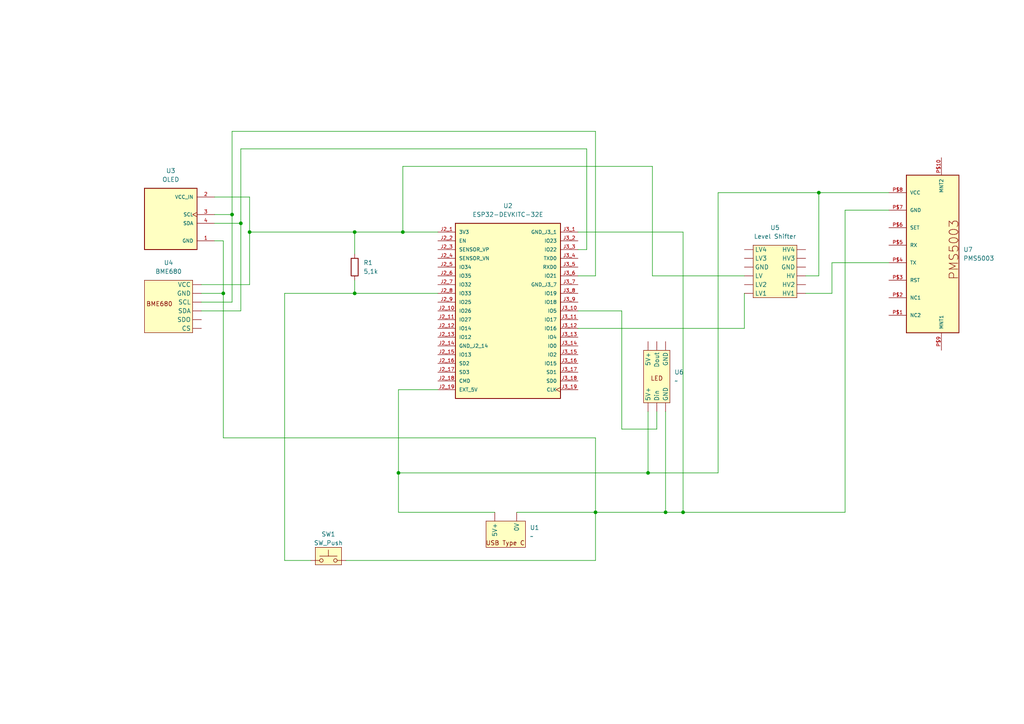
<source format=kicad_sch>
(kicad_sch (version 20250114) (generator "eeschema") (generator_version "9.0")
  (paper "A4")
  (lib_symbols
    (symbol "DM-OLED096-636:DM-OLED096-636" (pin_names (offset 1.016))
      (property "Reference" "U" (at -7.62 10.922 0))
      (property "Value" "DM-OLED096-636" (at -7.62 -10.16 0))
      (symbol "DM-OLED096-636_0_0"
        (rectangle (start -7.62 -7.62) (end 7.62 10.16) (stroke (width 0.254)) (fill (type background)))
        (pin power_in line (at 12.7 7.62 180) (length 5.08) (name "VCC_IN") (number "2"))
        (pin input clock (at 12.7 2.54 180) (length 5.08) (name "SCL") (number "3"))
        (pin bidirectional line (at 12.7 0 180) (length 5.08) (name "SDA") (number "4"))
        (pin power_in line (at 12.7 -5.08 180) (length 5.08) (name "GND") (number "1"))
      )
    )
    (symbol "Device:R" (pin_numbers (hide yes)) (pin_names (offset 0))
      (property "Reference" "R" (at 2.032 0 90))
      (property "Value" "R" (at 0 0 90))
      (symbol "R_0_1"
        (rectangle (start -1.016 -2.54) (end 1.016 2.54) (stroke (width 0.254)))
      )
      (symbol "R_1_1"
        (pin passive line (at 0 3.81 270) (length 1.27) (name "~") (number "1"))
        (pin passive line (at 0 -3.81 90) (length 1.27) (name "~") (number "2"))
      )
    )
    (symbol "ESP32-DEVKITC-32E:ESP32-DEVKITC-32E" (pin_names (offset 1.016))
      (property "Reference" "U" (at -15.24 26.162 0))
      (property "Value" "ESP32-DEVKITC-32E" (at -15.24 -27.94 0))
      (symbol "ESP32-DEVKITC-32E_0_0"
        (rectangle (start -15.24 -25.4) (end 15.24 25.4) (stroke (width 0.254)) (fill (type background)))
        (pin power_in line (at -20.32 22.86 0) (length 5.08) (name "3V3") (number "J2_1"))
        (pin input line (at -20.32 20.32 0) (length 5.08) (name "EN") (number "J2_2"))
        (pin bidirectional line (at -20.32 17.78 0) (length 5.08) (name "SENSOR_VP") (number "J2_3"))
        (pin bidirectional line (at -20.32 15.24 0) (length 5.08) (name "SENSOR_VN") (number "J2_4"))
        (pin bidirectional line (at -20.32 12.7 0) (length 5.08) (name "IO34") (number "J2_5"))
        (pin bidirectional line (at -20.32 10.16 0) (length 5.08) (name "IO35") (number "J2_6"))
        (pin bidirectional line (at -20.32 7.62 0) (length 5.08) (name "IO32") (number "J2_7"))
        (pin bidirectional line (at -20.32 5.08 0) (length 5.08) (name "IO33") (number "J2_8"))
        (pin bidirectional line (at -20.32 2.54 0) (length 5.08) (name "IO25") (number "J2_9"))
        (pin bidirectional line (at -20.32 0 0) (length 5.08) (name "IO26") (number "J2_10"))
        (pin bidirectional line (at -20.32 -2.54 0) (length 5.08) (name "IO27") (number "J2_11"))
        (pin bidirectional line (at -20.32 -5.08 0) (length 5.08) (name "IO14") (number "J2_12"))
        (pin bidirectional line (at -20.32 -7.62 0) (length 5.08) (name "IO12") (number "J2_13"))
        (pin power_in line (at -20.32 -10.16 0) (length 5.08) (name "GND_J2_14") (number "J2_14"))
        (pin bidirectional line (at -20.32 -12.7 0) (length 5.08) (name "IO13") (number "J2_15"))
        (pin bidirectional line (at -20.32 -15.24 0) (length 5.08) (name "SD2") (number "J2_16"))
        (pin bidirectional line (at -20.32 -17.78 0) (length 5.08) (name "SD3") (number "J2_17"))
        (pin bidirectional line (at -20.32 -20.32 0) (length 5.08) (name "CMD") (number "J2_18"))
        (pin power_in line (at -20.32 -22.86 0) (length 5.08) (name "EXT_5V") (number "J2_19"))
        (pin power_in line (at 20.32 22.86 180) (length 5.08) (name "GND_J3_1") (number "J3_1"))
        (pin bidirectional line (at 20.32 20.32 180) (length 5.08) (name "IO23") (number "J3_2"))
        (pin bidirectional line (at 20.32 17.78 180) (length 5.08) (name "IO22") (number "J3_3"))
        (pin bidirectional line (at 20.32 15.24 180) (length 5.08) (name "TXD0") (number "J3_4"))
        (pin bidirectional line (at 20.32 12.7 180) (length 5.08) (name "RXD0") (number "J3_5"))
        (pin bidirectional line (at 20.32 10.16 180) (length 5.08) (name "IO21") (number "J3_6"))
        (pin power_in line (at 20.32 7.62 180) (length 5.08) (name "GND_J3_7") (number "J3_7"))
        (pin bidirectional line (at 20.32 5.08 180) (length 5.08) (name "IO19") (number "J3_8"))
        (pin bidirectional line (at 20.32 2.54 180) (length 5.08) (name "IO18") (number "J3_9"))
        (pin bidirectional line (at 20.32 0 180) (length 5.08) (name "IO5") (number "J3_10"))
        (pin bidirectional line (at 20.32 -2.54 180) (length 5.08) (name "IO17") (number "J3_11"))
        (pin bidirectional line (at 20.32 -5.08 180) (length 5.08) (name "IO16") (number "J3_12"))
        (pin bidirectional line (at 20.32 -7.62 180) (length 5.08) (name "IO4") (number "J3_13"))
        (pin bidirectional line (at 20.32 -10.16 180) (length 5.08) (name "IO0") (number "J3_14"))
        (pin bidirectional line (at 20.32 -12.7 180) (length 5.08) (name "IO2") (number "J3_15"))
        (pin bidirectional line (at 20.32 -15.24 180) (length 5.08) (name "IO15") (number "J3_16"))
        (pin bidirectional line (at 20.32 -17.78 180) (length 5.08) (name "SD1") (number "J3_17"))
        (pin bidirectional line (at 20.32 -20.32 180) (length 5.08) (name "SD0") (number "J3_18"))
        (pin bidirectional clock (at 20.32 -22.86 180) (length 5.08) (name "CLK") (number "J3_19"))
      )
    )
    (symbol "PMS5003:PMS5003" (pin_names (offset 1.016))
      (property "Reference" "U" (at 15.24 -22.86 90))
      (property "Value" "PMS5003" (at 15.24 10.16 90))
      (symbol "PMS5003_0_0"
        (rectangle (start -2.54 -25.4) (end 12.7 20.32) (stroke (width 0.254)) (fill (type background)))
        (text "PMS5003" (at 12.7 -10.16 900) (effects (font (size 2.54 2.54)) (justify left bottom)))
        (pin bidirectional line (at -7.62 15.24 0) (length 5.08) (name "VCC") (number "P$8"))
        (pin bidirectional line (at -7.62 10.16 0) (length 5.08) (name "GND") (number "P$7"))
        (pin bidirectional line (at -7.62 5.08 0) (length 5.08) (name "SET") (number "P$6"))
        (pin bidirectional line (at -7.62 0 0) (length 5.08) (name "RX") (number "P$5"))
        (pin bidirectional line (at -7.62 -5.08 0) (length 5.08) (name "TX") (number "P$4"))
        (pin bidirectional line (at -7.62 -10.16 0) (length 5.08) (name "RST") (number "P$3"))
        (pin bidirectional line (at -7.62 -15.24 0) (length 5.08) (name "NC1") (number "P$2"))
        (pin bidirectional line (at -7.62 -20.32 0) (length 5.08) (name "NC2") (number "P$1"))
        (pin bidirectional line (at 7.62 25.4 270) (length 5.08) (name "MNT2") (number "P$10"))
        (pin bidirectional line (at 7.62 -30.48 90) (length 5.08) (name "MNT1") (number "P$9"))
      )
    )
    (symbol "Switch:SW_Push" (pin_numbers (hide yes)) (pin_names (offset 1.016) (hide yes))
      (property "Reference" "SW1" (at 0 7.62 0))
      (property "Value" "SW_Push" (at 0 5.08 0))
      (symbol "SW_Push_0_1"
        (circle (center -2.032 0) (radius 0.508))
        (polyline (pts (xy 0 1.27) (xy 0 3.048)))
        (circle (center 2.032 0) (radius 0.508))
        (polyline (pts (xy 2.54 1.27) (xy -2.54 1.27)))
        (pin passive line (at -5.08 0 0) (length 2.54) (name "1") (number "1"))
        (pin passive line (at 5.08 0 180) (length 2.54) (name "2") (number "2"))
      )
      (symbol "SW_Push_1_1"
        (rectangle (start -3.81 3.81) (end 3.81 -1.27) (fill (type background)))
      )
    )
    (symbol "_Custom:3er_LED"
      (property "Reference" "U" (at 0 0 0))
      (symbol "3er_LED_1_1"
        (rectangle (start 7.62 25.4) (end 15.24 10.16) (fill (type background)))
        (text "LED" (at 11.43 17.272 0) (effects (font (size 1.27 1.27))))
        (pin output line (at 8.89 27.94 270) (length 2.54) (name "5V+") (number ""))
        (pin input line (at 8.89 7.62 90) (length 2.54) (name "5V+") (number ""))
        (pin output line (at 11.43 27.94 270) (length 2.54) (name "Dout") (number ""))
        (pin input line (at 11.43 7.62 90) (length 2.54) (name "Din") (number ""))
        (pin output line (at 13.97 27.94 270) (length 2.54) (name "GND") (number ""))
        (pin input line (at 13.97 7.62 90) (length 2.54) (name "GND") (number ""))
      )
    )
    (symbol "_Custom:BME680"
      (property "Reference" "U4" (at 14.605 25.4 0))
      (property "Value" "~" (at 14.605 22.86 0))
      (symbol "BME680_1_1"
        (rectangle (start 7.62 20.32) (end 21.59 5.08) (fill (type background)))
        (text "BME680" (at 11.938 13.462 0) (effects (font (size 1.27 1.27))))
        (pin power_in line (at 24.13 19.05 180) (length 2.54) (name "VCC") (number ""))
        (pin power_in line (at 24.13 16.51 180) (length 2.54) (name "GND") (number ""))
        (pin output line (at 24.13 13.97 180) (length 2.54) (name "SCL") (number ""))
        (pin output line (at 24.13 11.43 180) (length 2.54) (name "SDA") (number ""))
        (pin output line (at 24.13 8.89 180) (length 2.54) (name "SDO") (number ""))
        (pin output line (at 24.13 6.35 180) (length 2.54) (name "CS") (number ""))
      )
    )
    (symbol "_Custom:Level_Shifter"
      (property "Reference" "U5" (at 29.21 39.37 0))
      (property "Value" "Level Shifter" (at 29.21 36.83 0))
      (symbol "Level_Shifter_1_1"
        (rectangle (start 35.56 34.29) (end 22.86 19.05) (fill (type background)))
        (pin bidirectional line (at 20.32 33.02 0) (length 2.54) (name "LV4") (number ""))
        (pin bidirectional line (at 20.32 30.48 0) (length 2.54) (name "LV3") (number ""))
        (pin bidirectional line (at 20.32 27.94 0) (length 2.54) (name "GND") (number ""))
        (pin bidirectional line (at 20.32 25.4 0) (length 2.54) (name "LV") (number ""))
        (pin bidirectional line (at 20.32 22.86 0) (length 2.54) (name "LV2") (number ""))
        (pin bidirectional line (at 20.32 20.32 0) (length 2.54) (name "LV1") (number ""))
        (pin bidirectional line (at 38.1 33.02 180) (length 2.54) (name "HV4") (number ""))
        (pin bidirectional line (at 38.1 30.48 180) (length 2.54) (name "HV3") (number ""))
        (pin bidirectional line (at 38.1 27.94 180) (length 2.54) (name "GND") (number ""))
        (pin bidirectional line (at 38.1 25.4 180) (length 2.54) (name "HV") (number ""))
        (pin bidirectional line (at 38.1 22.86 180) (length 2.54) (name "HV2") (number ""))
        (pin bidirectional line (at 38.1 20.32 180) (length 2.54) (name "HV1") (number ""))
      )
    )
    (symbol "_Custom:TypC_Buchse"
      (property "Reference" "U1" (at 12.7 5.7151 0))
      (property "Value" "~" (at 12.7 3.1751 0))
      (symbol "TypC_Buchse_1_1"
        (rectangle (start 0 7.62) (end 11.43 0) (fill (type background)))
        (text "USB Type C" (at 5.588 1.27 0) (effects (font (size 1.27 1.27))))
        (pin output line (at 2.54 10.16 270) (length 2.54) (name "5V+") (number ""))
        (pin output line (at 8.89 10.16 270) (length 2.54) (name "0V") (number ""))
      )
    )
  )
  (junction (at 198.12 148.59))
  (junction (at 69.85 64.77))
  (junction (at 193.04 148.59))
  (junction (at 237.49 55.88))
  (junction (at 116.84 67.31))
  (junction (at 102.87 85.09))
  (junction (at 64.77 85.09))
  (junction (at 187.96 137.16))
  (junction (at 102.87 67.31))
  (junction (at 115.57 137.16))
  (junction (at 172.72 148.59))
  (junction (at 67.31 62.23))
  (junction (at 72.39 67.31))
  (wire (pts (xy 257.81 60.96) (xy 245.11 60.96)))
  (wire (pts (xy 233.68 80.01) (xy 237.49 80.01)))
  (wire (pts (xy 257.81 76.2) (xy 241.3 76.2)))
  (wire (pts (xy 115.57 137.16) (xy 115.57 113.03)))
  (wire (pts (xy 64.77 127) (xy 172.72 127)))
  (wire (pts (xy 180.34 90.17) (xy 167.64 90.17)))
  (wire (pts (xy 189.23 48.26) (xy 116.84 48.26)))
  (wire (pts (xy 172.72 162.56) (xy 172.72 148.59)))
  (wire (pts (xy 67.31 87.63) (xy 58.42 87.63)))
  (wire (pts (xy 116.84 48.26) (xy 116.84 67.31)))
  (wire (pts (xy 116.84 67.31) (xy 127 67.31)))
  (wire (pts (xy 170.18 43.18) (xy 170.18 72.39)))
  (wire (pts (xy 149.86 148.59) (xy 172.72 148.59)))
  (wire (pts (xy 143.51 148.59) (xy 115.57 148.59)))
  (wire (pts (xy 198.12 148.59) (xy 198.12 67.31)))
  (wire (pts (xy 193.04 119.38) (xy 193.04 148.59)))
  (wire (pts (xy 167.64 95.25) (xy 215.9 95.25)))
  (wire (pts (xy 69.85 90.17) (xy 58.42 90.17)))
  (wire (pts (xy 167.64 80.01) (xy 172.72 80.01)))
  (wire (pts (xy 102.87 81.28) (xy 102.87 85.09)))
  (wire (pts (xy 237.49 55.88) (xy 257.81 55.88)))
  (wire (pts (xy 172.72 148.59) (xy 193.04 148.59)))
  (wire (pts (xy 72.39 82.55) (xy 72.39 67.31)))
  (wire (pts (xy 245.11 148.59) (xy 198.12 148.59)))
  (wire (pts (xy 82.55 162.56) (xy 82.55 85.09)))
  (wire (pts (xy 172.72 127) (xy 172.72 148.59)))
  (wire (pts (xy 180.34 124.46) (xy 190.5 124.46)))
  (wire (pts (xy 180.34 124.46) (xy 180.34 90.17)))
  (wire (pts (xy 62.23 64.77) (xy 69.85 64.77)))
  (wire (pts (xy 67.31 62.23) (xy 67.31 87.63)))
  (wire (pts (xy 172.72 80.01) (xy 172.72 38.1)))
  (wire (pts (xy 72.39 67.31) (xy 102.87 67.31)))
  (wire (pts (xy 187.96 119.38) (xy 187.96 137.16)))
  (wire (pts (xy 62.23 62.23) (xy 67.31 62.23)))
  (wire (pts (xy 72.39 67.31) (xy 72.39 57.15)))
  (wire (pts (xy 189.23 80.01) (xy 189.23 48.26)))
  (wire (pts (xy 208.28 137.16) (xy 187.96 137.16)))
  (wire (pts (xy 69.85 64.77) (xy 69.85 43.18)))
  (wire (pts (xy 198.12 67.31) (xy 167.64 67.31)))
  (wire (pts (xy 215.9 95.25) (xy 215.9 85.09)))
  (wire (pts (xy 241.3 76.2) (xy 241.3 85.09)))
  (wire (pts (xy 102.87 67.31) (xy 116.84 67.31)))
  (wire (pts (xy 237.49 80.01) (xy 237.49 55.88)))
  (wire (pts (xy 69.85 43.18) (xy 170.18 43.18)))
  (wire (pts (xy 64.77 85.09) (xy 58.42 85.09)))
  (wire (pts (xy 187.96 137.16) (xy 115.57 137.16)))
  (wire (pts (xy 241.3 85.09) (xy 233.68 85.09)))
  (wire (pts (xy 102.87 67.31) (xy 102.87 73.66)))
  (wire (pts (xy 215.9 80.01) (xy 189.23 80.01)))
  (wire (pts (xy 64.77 69.85) (xy 64.77 85.09)))
  (wire (pts (xy 237.49 55.88) (xy 208.28 55.88)))
  (wire (pts (xy 100.33 162.56) (xy 172.72 162.56)))
  (wire (pts (xy 245.11 60.96) (xy 245.11 148.59)))
  (wire (pts (xy 190.5 124.46) (xy 190.5 119.38)))
  (wire (pts (xy 102.87 85.09) (xy 127 85.09)))
  (wire (pts (xy 193.04 148.59) (xy 198.12 148.59)))
  (wire (pts (xy 67.31 38.1) (xy 67.31 62.23)))
  (wire (pts (xy 170.18 72.39) (xy 167.64 72.39)))
  (wire (pts (xy 115.57 113.03) (xy 127 113.03)))
  (wire (pts (xy 62.23 69.85) (xy 64.77 69.85)))
  (wire (pts (xy 172.72 38.1) (xy 67.31 38.1)))
  (wire (pts (xy 58.42 82.55) (xy 72.39 82.55)))
  (wire (pts (xy 72.39 57.15) (xy 62.23 57.15)))
  (wire (pts (xy 82.55 162.56) (xy 90.17 162.56)))
  (wire (pts (xy 69.85 64.77) (xy 69.85 90.17)))
  (wire (pts (xy 64.77 85.09) (xy 64.77 127)))
  (wire (pts (xy 115.57 148.59) (xy 115.57 137.16)))
  (wire (pts (xy 208.28 55.88) (xy 208.28 137.16)))
  (wire (pts (xy 82.55 85.09) (xy 102.87 85.09)))
  (symbol (lib_id "_Custom:Level_Shifter") (at 195.58 105.41 0) (unit 1)
    (property "Reference" "U5" (at 224.79 66.04 0))
    (property "Value" "Level Shifter" (at 224.79 68.58 0))
  )
  (symbol (lib_id "_Custom:TypC_Buchse") (at 140.97 158.75 0) (unit 1)
    (property "Reference" "U1" (at 153.67 153.0349 0) (effects (justify left)))
    (property "Value" "~" (at 153.67 155.5749 0) (effects (justify left)))
  )
  (symbol (lib_id "_Custom:BME680") (at 34.29 101.6 0) (unit 1)
    (property "Reference" "U4" (at 48.895 76.2 0))
    (property "Value" "BME680" (at 48.895 78.74 0))
  )
  (symbol (lib_id "DM-OLED096-636:DM-OLED096-636") (at 49.53 64.77 0) (unit 1)
    (property "Reference" "U3" (at 49.53 49.53 0))
    (property "Value" "OLED" (at 49.53 52.07 0))
    (property "Footprint" "DM-OLED096-636:MODULE_DM-OLED096-636" (effects (hide yes)))
    (property "MF" "Display Module" (effects (hide yes)))
    (property "MAXIMUM_PACKAGE_HEIGHT" "11.3 mm" (effects (hide yes)))
    (property "Package" "Package" (effects (hide yes)))
    (property "Price" "None" (effects (hide yes)))
    (property "Check_prices" "https://www.snapeda.com/parts/DM-OLED096-636/Display+Module/view-part/?ref=eda" (effects (hide yes)))
    (property "STANDARD" "Manufacturer Recommendations" (effects (hide yes)))
    (property "PARTREV" "2018-09-10" (effects (hide yes)))
    (property "SnapEDA_Link" "https://www.snapeda.com/parts/DM-OLED096-636/Display+Module/view-part/?ref=snap" (effects (hide yes)))
    (property "MP" "DM-OLED096-636" (effects (hide yes)))
    (property "Description_1" "0.96” 128 X 64 MONOCHROME GRAPHIC OLED DISPLAY MODULE - I2C" (effects (hide yes)))
    (property "Availability" "Not in stock" (effects (hide yes)))
    (property "MANUFACTURER" "Displaymodule" (effects (hide yes)))
  )
  (symbol (lib_id "_Custom:3er_LED") (at 179.07 127 0) (unit 1)
    (property "Reference" "U6" (at 195.58 107.9499 0) (effects (justify left)))
    (property "Value" "~" (at 195.58 110.4899 0) (effects (justify left)))
  )
  (symbol (lib_id "PMS5003:PMS5003") (at 265.43 71.12 0) (unit 1)
    (property "Reference" "U7" (at 279.4 72.3899 0) (effects (justify left)))
    (property "Value" "PMS5003" (at 279.4 74.9299 0) (effects (justify left)))
    (property "Footprint" "PMS5003:PMS5003" (effects (hide yes)))
    (property "MF" "Plantower" (effects (hide yes)))
    (property "Description_1" "Digital universal particle concentration sensor" (effects (hide yes)))
    (property "Package" "Package" (effects (hide yes)))
    (property "Price" "None" (effects (hide yes)))
    (property "SnapEDA_Link" "https://www.snapeda.com/parts/PMS5003/Plantower/view-part/?ref=snap" (effects (hide yes)))
    (property "MP" "PMS5003" (effects (hide yes)))
    (property "Availability" "Not in stock" (effects (hide yes)))
    (property "Check_prices" "https://www.snapeda.com/parts/PMS5003/Plantower/view-part/?ref=eda" (effects (hide yes)))
  )
  (symbol (lib_id "Switch:SW_Push") (at 95.25 162.56 0) (unit 1)
    (property "Reference" "SW1" (at 95.25 154.94 0))
    (property "Value" "SW_Push" (at 95.25 157.48 0))
    (property "Description" "Push button switch, generic, two pins" (effects (hide yes)))
  )
  (symbol (lib_id "ESP32-DEVKITC-32E:ESP32-DEVKITC-32E") (at 147.32 90.17 0) (unit 1)
    (property "Reference" "U2" (at 147.32 59.69 0))
    (property "Value" "ESP32-DEVKITC-32E" (at 147.32 62.23 0))
    (property "Footprint" "ESP32-DEVKITC-32E:MODULE_ESP32-DEVKITC-32E" (effects (hide yes)))
    (property "MF" "Espressif Systems" (effects (hide yes)))
    (property "Description_1" "The ESP32-DEVKITC-32E transceiver evaluation board from Espressif Systems is a powerful development tool for wireless communication technologies. It supports 802.11 b/g/n Wi-Fi and Bluetooth® Smart Ready 4.x (BLE) dual-mode at 2.4GHz, making it ideal for a variety of IoT applications. Equipped with a PCB antenna and 4MB flash, this board provides reliable connectivity and ample memory for developing and testing RF, RFID, and wireless solutions." (effects (hide yes)))
    (property "Package" "None" (effects (hide yes)))
    (property "Price" "None" (effects (hide yes)))
    (property "Check_prices" "https://www.snapeda.com/parts/ESP32-DEVKITC-32E/Espressif+Systems/view-part/?ref=eda" (effects (hide yes)))
    (property "STANDARD" "Manufacturer Recommendations" (effects (hide yes)))
    (property "PARTREV" "1.4" (effects (hide yes)))
    (property "SnapEDA_Link" "https://www.snapeda.com/parts/ESP32-DEVKITC-32E/Espressif+Systems/view-part/?ref=snap" (effects (hide yes)))
    (property "MP" "ESP32-DEVKITC-32E" (effects (hide yes)))
    (property "Availability" "In Stock" (effects (hide yes)))
    (property "MANUFACTURER" "Espressif Systems" (effects (hide yes)))
  )
  (symbol (lib_id "Device:R") (at 102.87 77.47 0) (unit 1)
    (property "Reference" "R1" (at 105.41 76.1999 0) (effects (justify left)))
    (property "Value" "5,1k" (at 105.41 78.7399 0) (effects (justify left)))
    (property "Description" "Resistor" (effects (hide yes)))
  )
  (sheet (at -22.86 152.4) (size 17.78 20.32) (stroke (width 0.1524))
    (property "Sheetname" "PlatineLayout" (at -22.86 151.6884 0) (effects (justify left bottom)))
    (property "Sheetfile" "untitled.kicad_sch" (at -22.86 173.3046 0) (effects (justify left top)))
  )
)
</source>
